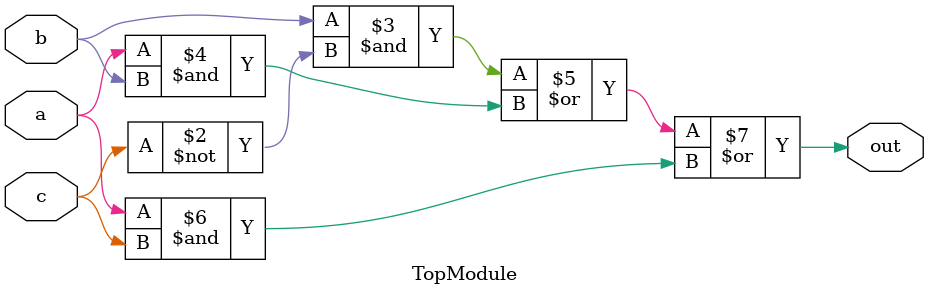
<source format=sv>
module TopModule (
    input  logic a,
    input  logic b,
    input  logic c,
    output logic out
);

    always @(*) begin
        out = (b & ~c) | (a & b) | (a & c);
    end

endmodule
</source>
